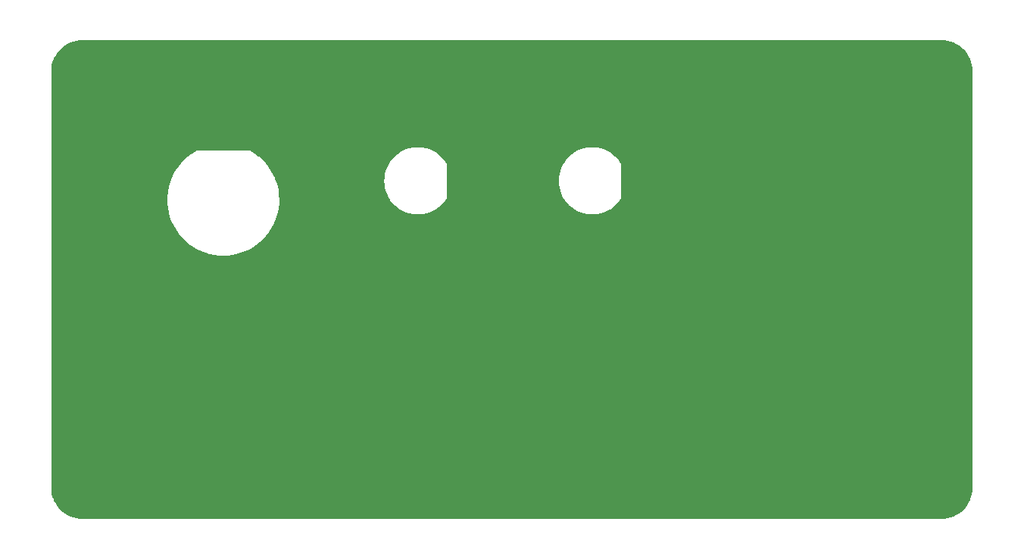
<source format=gbr>
%TF.GenerationSoftware,KiCad,Pcbnew,9.0.2*%
%TF.CreationDate,2025-05-19T10:19:53-04:00*%
%TF.ProjectId,backPanel,6261636b-5061-46e6-956c-2e6b69636164,rev?*%
%TF.SameCoordinates,Original*%
%TF.FileFunction,Copper,L2,Bot*%
%TF.FilePolarity,Positive*%
%FSLAX46Y46*%
G04 Gerber Fmt 4.6, Leading zero omitted, Abs format (unit mm)*
G04 Created by KiCad (PCBNEW 9.0.2) date 2025-05-19 10:19:53*
%MOMM*%
%LPD*%
G01*
G04 APERTURE LIST*
%TA.AperFunction,ComponentPad*%
%ADD10C,6.000000*%
%TD*%
%TA.AperFunction,ComponentPad*%
%ADD11C,8.000000*%
%TD*%
G04 APERTURE END LIST*
D10*
%TO.P,J8,1*%
%TO.N,GND*%
X94000000Y-129875000D03*
%TD*%
%TO.P,J5,1*%
%TO.N,GND*%
X94000000Y-84735000D03*
%TD*%
%TO.P,J7,1*%
%TO.N,GND*%
X190020000Y-129875000D03*
%TD*%
D11*
%TO.P,J4,1*%
%TO.N,GND*%
X179200000Y-98995000D03*
%TD*%
D10*
%TO.P,J6,1*%
%TO.N,GND*%
X190020000Y-84735000D03*
%TD*%
%TA.AperFunction,Conductor*%
%TO.N,GND*%
G36*
X190023032Y-80500648D02*
G01*
X190355949Y-80517004D01*
X190368058Y-80518197D01*
X190694741Y-80566656D01*
X190706675Y-80569030D01*
X191027036Y-80649276D01*
X191038675Y-80652806D01*
X191349649Y-80764073D01*
X191360870Y-80768721D01*
X191659440Y-80909935D01*
X191670168Y-80915670D01*
X191953432Y-81085452D01*
X191963550Y-81092212D01*
X192228826Y-81288954D01*
X192238232Y-81296674D01*
X192482943Y-81518467D01*
X192491532Y-81527056D01*
X192534948Y-81574958D01*
X192713325Y-81771767D01*
X192721045Y-81781173D01*
X192917787Y-82046449D01*
X192924547Y-82056567D01*
X193094329Y-82339831D01*
X193100066Y-82350563D01*
X193241273Y-82649118D01*
X193245930Y-82660361D01*
X193357191Y-82971318D01*
X193360723Y-82982963D01*
X193440969Y-83303324D01*
X193443343Y-83315258D01*
X193491802Y-83641941D01*
X193492995Y-83654051D01*
X193509351Y-83986966D01*
X193509500Y-83993051D01*
X193509500Y-130616948D01*
X193509351Y-130623033D01*
X193492995Y-130955948D01*
X193491802Y-130968058D01*
X193443343Y-131294741D01*
X193440969Y-131306675D01*
X193360723Y-131627036D01*
X193357191Y-131638681D01*
X193245930Y-131949638D01*
X193241273Y-131960881D01*
X193100066Y-132259436D01*
X193094329Y-132270168D01*
X192924547Y-132553432D01*
X192917787Y-132563550D01*
X192721045Y-132828826D01*
X192713325Y-132838232D01*
X192491540Y-133082935D01*
X192482935Y-133091540D01*
X192238232Y-133313325D01*
X192228826Y-133321045D01*
X191963550Y-133517787D01*
X191953432Y-133524547D01*
X191670168Y-133694329D01*
X191659436Y-133700066D01*
X191360881Y-133841273D01*
X191349638Y-133845930D01*
X191038681Y-133957191D01*
X191027036Y-133960723D01*
X190706675Y-134040969D01*
X190694741Y-134043343D01*
X190368058Y-134091802D01*
X190355948Y-134092995D01*
X190042329Y-134108403D01*
X190023031Y-134109351D01*
X190016949Y-134109500D01*
X94003051Y-134109500D01*
X93996968Y-134109351D01*
X93976545Y-134108347D01*
X93664051Y-134092995D01*
X93651941Y-134091802D01*
X93325258Y-134043343D01*
X93313324Y-134040969D01*
X92992963Y-133960723D01*
X92981318Y-133957191D01*
X92670361Y-133845930D01*
X92659118Y-133841273D01*
X92360563Y-133700066D01*
X92349831Y-133694329D01*
X92066567Y-133524547D01*
X92056449Y-133517787D01*
X91791173Y-133321045D01*
X91781767Y-133313325D01*
X91742609Y-133277834D01*
X91537056Y-133091532D01*
X91528467Y-133082943D01*
X91306674Y-132838232D01*
X91298954Y-132828826D01*
X91102212Y-132563550D01*
X91095452Y-132553432D01*
X90925670Y-132270168D01*
X90919933Y-132259436D01*
X90783799Y-131971606D01*
X90778721Y-131960870D01*
X90774073Y-131949649D01*
X90662806Y-131638675D01*
X90659276Y-131627036D01*
X90579030Y-131306675D01*
X90576656Y-131294741D01*
X90528197Y-130968058D01*
X90527004Y-130955947D01*
X90510649Y-130623032D01*
X90510500Y-130616948D01*
X90510500Y-98345469D01*
X103494839Y-98345469D01*
X103494839Y-98345472D01*
X103510785Y-98838586D01*
X103556609Y-99248887D01*
X103565550Y-99328936D01*
X103658789Y-99813437D01*
X103658791Y-99813444D01*
X103789922Y-100289079D01*
X103958137Y-100752913D01*
X103958140Y-100752921D01*
X104162378Y-101202030D01*
X104162387Y-101202047D01*
X104401397Y-101633682D01*
X104673675Y-102045127D01*
X104673676Y-102045130D01*
X104977547Y-102433850D01*
X104977548Y-102433851D01*
X105251126Y-102732034D01*
X105311102Y-102797404D01*
X105672275Y-103133542D01*
X105717851Y-103169695D01*
X106058802Y-103440157D01*
X106058828Y-103440176D01*
X106242133Y-103563365D01*
X106468323Y-103715375D01*
X106898245Y-103957452D01*
X107345909Y-104164892D01*
X107808530Y-104336404D01*
X107808533Y-104336404D01*
X107808547Y-104336410D01*
X108183096Y-104442547D01*
X108283229Y-104470922D01*
X108767054Y-104567608D01*
X109256993Y-104625862D01*
X109750000Y-104645320D01*
X110243007Y-104625862D01*
X110732946Y-104567608D01*
X111216771Y-104470922D01*
X111406650Y-104417114D01*
X111691452Y-104336410D01*
X111691462Y-104336406D01*
X111691470Y-104336404D01*
X112154091Y-104164892D01*
X112601755Y-103957452D01*
X113031677Y-103715375D01*
X113441183Y-103440168D01*
X113827725Y-103133542D01*
X114188898Y-102797404D01*
X114522455Y-102433847D01*
X114826322Y-102045132D01*
X115098606Y-101633677D01*
X115337616Y-101202042D01*
X115541863Y-100752912D01*
X115710077Y-100289082D01*
X115841211Y-99813437D01*
X115934450Y-99328936D01*
X115989214Y-98838594D01*
X116005161Y-98345461D01*
X115982193Y-97852606D01*
X115920453Y-97363093D01*
X115820324Y-96879969D01*
X115682430Y-96406240D01*
X115677600Y-96393490D01*
X115646270Y-96310794D01*
X115630811Y-96269991D01*
X127744681Y-96269991D01*
X127744681Y-96270008D01*
X127763877Y-96649220D01*
X127763878Y-96649230D01*
X127821274Y-97024582D01*
X127821275Y-97024590D01*
X127916282Y-97392223D01*
X127916284Y-97392229D01*
X128047934Y-97748398D01*
X128214873Y-98089439D01*
X128214880Y-98089451D01*
X128374097Y-98345469D01*
X128415406Y-98411892D01*
X128428959Y-98429445D01*
X128647476Y-98712443D01*
X128647481Y-98712449D01*
X128662854Y-98728666D01*
X128908707Y-98988018D01*
X128908709Y-98988020D01*
X128952513Y-99025744D01*
X129196434Y-99235806D01*
X129507713Y-99453271D01*
X129839361Y-99638189D01*
X130187988Y-99788671D01*
X130550030Y-99903177D01*
X130921784Y-99980537D01*
X131299449Y-100019960D01*
X131489307Y-100020501D01*
X131679160Y-100021043D01*
X131679160Y-100021042D01*
X131679166Y-100021043D01*
X132057050Y-99983774D01*
X132429239Y-99908535D01*
X132791927Y-99796095D01*
X133141407Y-99647603D01*
X133474104Y-99464579D01*
X133490489Y-99453271D01*
X133670640Y-99328936D01*
X133786618Y-99248892D01*
X134075753Y-99002749D01*
X134338553Y-98728666D01*
X134572331Y-98429445D01*
X134643605Y-98316258D01*
X134650500Y-98309364D01*
X134678632Y-98260636D01*
X134708617Y-98213031D01*
X134708619Y-98213021D01*
X134712014Y-98205646D01*
X134712293Y-98205774D01*
X134713563Y-98202868D01*
X134713279Y-98202751D01*
X134716389Y-98195241D01*
X134716392Y-98195236D01*
X134730337Y-98143189D01*
X134731658Y-98138614D01*
X134746881Y-98089451D01*
X134747596Y-98087143D01*
X134747596Y-98087138D01*
X134747597Y-98087134D01*
X134747972Y-98077370D01*
X134750500Y-98067942D01*
X134750500Y-98011685D01*
X134752664Y-97955457D01*
X134752663Y-97955455D01*
X134751914Y-97947365D01*
X134752216Y-97947336D01*
X134750500Y-97932024D01*
X134750500Y-96269991D01*
X147244681Y-96269991D01*
X147244681Y-96270008D01*
X147263877Y-96649220D01*
X147263878Y-96649230D01*
X147321274Y-97024582D01*
X147321275Y-97024590D01*
X147416282Y-97392223D01*
X147416284Y-97392229D01*
X147547934Y-97748398D01*
X147714873Y-98089439D01*
X147714880Y-98089451D01*
X147874097Y-98345469D01*
X147915406Y-98411892D01*
X147928959Y-98429445D01*
X148147476Y-98712443D01*
X148147481Y-98712449D01*
X148162854Y-98728666D01*
X148408707Y-98988018D01*
X148408709Y-98988020D01*
X148452513Y-99025744D01*
X148696434Y-99235806D01*
X149007713Y-99453271D01*
X149339361Y-99638189D01*
X149687988Y-99788671D01*
X150050030Y-99903177D01*
X150421784Y-99980537D01*
X150799449Y-100019960D01*
X150989307Y-100020501D01*
X151179160Y-100021043D01*
X151179160Y-100021042D01*
X151179166Y-100021043D01*
X151557050Y-99983774D01*
X151929239Y-99908535D01*
X152291927Y-99796095D01*
X152641407Y-99647603D01*
X152974104Y-99464579D01*
X152990489Y-99453271D01*
X153170640Y-99328936D01*
X153286618Y-99248892D01*
X153575753Y-99002749D01*
X153838553Y-98728666D01*
X154072331Y-98429445D01*
X154143605Y-98316258D01*
X154150500Y-98309364D01*
X154178632Y-98260636D01*
X154208617Y-98213031D01*
X154208619Y-98213021D01*
X154212014Y-98205646D01*
X154212293Y-98205774D01*
X154213563Y-98202868D01*
X154213279Y-98202751D01*
X154216389Y-98195241D01*
X154216392Y-98195236D01*
X154230337Y-98143189D01*
X154231658Y-98138614D01*
X154246881Y-98089451D01*
X154247596Y-98087143D01*
X154247596Y-98087138D01*
X154247597Y-98087134D01*
X154247972Y-98077370D01*
X154250500Y-98067942D01*
X154250500Y-98011685D01*
X154252664Y-97955457D01*
X154252663Y-97955455D01*
X154251914Y-97947365D01*
X154252216Y-97947336D01*
X154250500Y-97932024D01*
X154250500Y-94594071D01*
X154252664Y-94584543D01*
X154250500Y-94528314D01*
X154250500Y-94472058D01*
X154250500Y-94472056D01*
X154249439Y-94464000D01*
X154249742Y-94463960D01*
X154249268Y-94460824D01*
X154248967Y-94460876D01*
X154247596Y-94452863D01*
X154247596Y-94452857D01*
X154231653Y-94401367D01*
X154231653Y-94401366D01*
X154230946Y-94399085D01*
X154216392Y-94344764D01*
X154211507Y-94336303D01*
X154208617Y-94326969D01*
X154178632Y-94279363D01*
X154150500Y-94230636D01*
X154143605Y-94223741D01*
X154072331Y-94110555D01*
X153838553Y-93811334D01*
X153575753Y-93537251D01*
X153559573Y-93523477D01*
X153286624Y-93291112D01*
X152974110Y-93075424D01*
X152641418Y-92892402D01*
X152641388Y-92892388D01*
X152291932Y-92743907D01*
X152291930Y-92743906D01*
X151929241Y-92631465D01*
X151929231Y-92631463D01*
X151557067Y-92556229D01*
X151557046Y-92556225D01*
X151179171Y-92518957D01*
X151179160Y-92518956D01*
X150799457Y-92520039D01*
X150799452Y-92520039D01*
X150421787Y-92559462D01*
X150421776Y-92559464D01*
X150050037Y-92636821D01*
X150050031Y-92636822D01*
X150050030Y-92636823D01*
X149958531Y-92665762D01*
X149687986Y-92751329D01*
X149339370Y-92901806D01*
X149339365Y-92901809D01*
X149339362Y-92901810D01*
X149339361Y-92901811D01*
X149007713Y-93086729D01*
X149007708Y-93086732D01*
X148696429Y-93304197D01*
X148408709Y-93551979D01*
X148147481Y-93827550D01*
X148147476Y-93827556D01*
X147915404Y-94128110D01*
X147714880Y-94450548D01*
X147714873Y-94450560D01*
X147547934Y-94791601D01*
X147416284Y-95147770D01*
X147416282Y-95147776D01*
X147321275Y-95515409D01*
X147321274Y-95515417D01*
X147263878Y-95890769D01*
X147263877Y-95890779D01*
X147244681Y-96269991D01*
X134750500Y-96269991D01*
X134750500Y-94594071D01*
X134752664Y-94584543D01*
X134750500Y-94528314D01*
X134750500Y-94472058D01*
X134750500Y-94472056D01*
X134749439Y-94464000D01*
X134749742Y-94463960D01*
X134749268Y-94460824D01*
X134748967Y-94460876D01*
X134747596Y-94452863D01*
X134747596Y-94452857D01*
X134731653Y-94401367D01*
X134731653Y-94401366D01*
X134730946Y-94399085D01*
X134716392Y-94344764D01*
X134711507Y-94336303D01*
X134708617Y-94326969D01*
X134678632Y-94279363D01*
X134650500Y-94230636D01*
X134643605Y-94223741D01*
X134572331Y-94110555D01*
X134338553Y-93811334D01*
X134075753Y-93537251D01*
X134059573Y-93523477D01*
X133786624Y-93291112D01*
X133474110Y-93075424D01*
X133141418Y-92892402D01*
X133141388Y-92892388D01*
X132791932Y-92743907D01*
X132791930Y-92743906D01*
X132429241Y-92631465D01*
X132429231Y-92631463D01*
X132057067Y-92556229D01*
X132057046Y-92556225D01*
X131679171Y-92518957D01*
X131679160Y-92518956D01*
X131299457Y-92520039D01*
X131299452Y-92520039D01*
X130921787Y-92559462D01*
X130921776Y-92559464D01*
X130550037Y-92636821D01*
X130550031Y-92636822D01*
X130550030Y-92636823D01*
X130458531Y-92665762D01*
X130187986Y-92751329D01*
X129839370Y-92901806D01*
X129839365Y-92901809D01*
X129839362Y-92901810D01*
X129839361Y-92901811D01*
X129507713Y-93086729D01*
X129507708Y-93086732D01*
X129196429Y-93304197D01*
X128908709Y-93551979D01*
X128647481Y-93827550D01*
X128647476Y-93827556D01*
X128415404Y-94128110D01*
X128214880Y-94450548D01*
X128214873Y-94450560D01*
X128047934Y-94791601D01*
X127916284Y-95147770D01*
X127916282Y-95147776D01*
X127821275Y-95515409D01*
X127821274Y-95515417D01*
X127763878Y-95890769D01*
X127763877Y-95890779D01*
X127744681Y-96269991D01*
X115630811Y-96269991D01*
X115523714Y-95987312D01*
X115507628Y-95944852D01*
X115297006Y-95498677D01*
X115051875Y-95070489D01*
X114773758Y-94662953D01*
X114464388Y-94278604D01*
X114125687Y-93919833D01*
X113759764Y-93588873D01*
X113692748Y-93537250D01*
X113368890Y-93287778D01*
X112955515Y-93018435D01*
X112955502Y-93018428D01*
X112745821Y-92904217D01*
X112745821Y-92904218D01*
X112744448Y-92903470D01*
X112692726Y-92873608D01*
X112686582Y-92871961D01*
X112680999Y-92868922D01*
X112680998Y-92868921D01*
X112680997Y-92868921D01*
X112624541Y-92855298D01*
X112623033Y-92854934D01*
X112565432Y-92839500D01*
X112559077Y-92839500D01*
X112552890Y-92838007D01*
X112495679Y-92839439D01*
X112494831Y-92839461D01*
X112491730Y-92839500D01*
X107006726Y-92839500D01*
X106947108Y-92838008D01*
X106940925Y-92839500D01*
X106934567Y-92839500D01*
X106878460Y-92854533D01*
X106875460Y-92855297D01*
X106818997Y-92868922D01*
X106813080Y-92871201D01*
X106807277Y-92873606D01*
X106756896Y-92902693D01*
X106754211Y-92904199D01*
X106544487Y-93018434D01*
X106544484Y-93018435D01*
X106131109Y-93287778D01*
X105740249Y-93588862D01*
X105740230Y-93588878D01*
X105374313Y-93919832D01*
X105035613Y-94278602D01*
X104726238Y-94662958D01*
X104448121Y-95070494D01*
X104202991Y-95498682D01*
X103992373Y-95944848D01*
X103817572Y-96406231D01*
X103746843Y-96649220D01*
X103679676Y-96879969D01*
X103649703Y-97024590D01*
X103579547Y-97363092D01*
X103579544Y-97363110D01*
X103538727Y-97686738D01*
X103517807Y-97852606D01*
X103495652Y-98328032D01*
X103494839Y-98345469D01*
X90510500Y-98345469D01*
X90510500Y-83993051D01*
X90510649Y-83986967D01*
X90527004Y-83654052D01*
X90528197Y-83641941D01*
X90576656Y-83315258D01*
X90579030Y-83303324D01*
X90659276Y-82982963D01*
X90662804Y-82971329D01*
X90774076Y-82660343D01*
X90778718Y-82649136D01*
X90919939Y-82350551D01*
X90925663Y-82339842D01*
X91095460Y-82056554D01*
X91102203Y-82046461D01*
X91298962Y-81781162D01*
X91306665Y-81771777D01*
X91528476Y-81527046D01*
X91537046Y-81518476D01*
X91781777Y-81296665D01*
X91791162Y-81288962D01*
X92056461Y-81092203D01*
X92066554Y-81085460D01*
X92349842Y-80915663D01*
X92360551Y-80909939D01*
X92659136Y-80768718D01*
X92670343Y-80764076D01*
X92981329Y-80652804D01*
X92992956Y-80649278D01*
X93313324Y-80569030D01*
X93325255Y-80566656D01*
X93651944Y-80518196D01*
X93664048Y-80517004D01*
X93996967Y-80500648D01*
X94003051Y-80500500D01*
X94065892Y-80500500D01*
X189954108Y-80500500D01*
X190016949Y-80500500D01*
X190023032Y-80500648D01*
G37*
%TD.AperFunction*%
%TD*%
M02*

</source>
